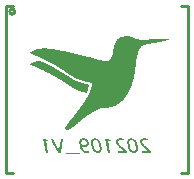
<source format=gbo>
G04*
G04 #@! TF.GenerationSoftware,Altium Limited,Altium Designer,20.0.1 (14)*
G04*
G04 Layer_Color=32896*
%FSLAX44Y44*%
%MOMM*%
G71*
G01*
G75*
%ADD10C,0.2540*%
%ADD47C,0.0254*%
G36*
X120591Y34760D02*
X120850Y34751D01*
X121090Y34732D01*
X121192Y34723D01*
X121293Y34714D01*
X121376Y34705D01*
X121450Y34695D01*
X121506Y34686D01*
X121552D01*
X121580Y34677D01*
X121589D01*
X121885Y34640D01*
X122153Y34594D01*
X122394Y34547D01*
X122504Y34520D01*
X122597Y34501D01*
X122689Y34483D01*
X122773Y34464D01*
X122837Y34446D01*
X122893Y34427D01*
X122939Y34418D01*
X122976Y34409D01*
X122994Y34399D01*
X123004D01*
X123133Y32920D01*
X122902Y32976D01*
X122662Y33031D01*
X122430Y33087D01*
X122209Y33133D01*
X122116Y33151D01*
X122024Y33170D01*
X121940Y33188D01*
X121876Y33198D01*
X121820Y33207D01*
X121783Y33216D01*
X121756Y33225D01*
X121746D01*
X121460Y33272D01*
X121192Y33308D01*
X120951Y33336D01*
X120748Y33355D01*
X120655Y33364D01*
X120572D01*
X120498Y33373D01*
X120332D01*
X120017Y33364D01*
X119740Y33327D01*
X119611Y33299D01*
X119490Y33272D01*
X119379Y33244D01*
X119287Y33216D01*
X119194Y33188D01*
X119121Y33161D01*
X119047Y33133D01*
X118991Y33105D01*
X118945Y33087D01*
X118917Y33068D01*
X118899Y33059D01*
X118889D01*
X118788Y32994D01*
X118705Y32920D01*
X118621Y32846D01*
X118557Y32763D01*
X118501Y32671D01*
X118455Y32587D01*
X118390Y32412D01*
X118344Y32245D01*
X118335Y32181D01*
X118325Y32116D01*
X118316Y32070D01*
Y32033D01*
Y32005D01*
Y31996D01*
X118325Y31774D01*
X118353Y31570D01*
X118390Y31376D01*
X118436Y31210D01*
X118483Y31062D01*
X118501Y31006D01*
X118520Y30951D01*
X118538Y30914D01*
X118547Y30886D01*
X118557Y30868D01*
Y30858D01*
X118649Y30655D01*
X118751Y30470D01*
X118852Y30285D01*
X118954Y30128D01*
X119047Y29999D01*
X119121Y29897D01*
X119148Y29860D01*
X119167Y29832D01*
X119176Y29814D01*
X119185Y29804D01*
X119342Y29610D01*
X119500Y29425D01*
X119657Y29250D01*
X119805Y29093D01*
X119925Y28963D01*
X120027Y28861D01*
X120064Y28824D01*
X120091Y28797D01*
X120110Y28778D01*
X120119Y28769D01*
X120323Y28575D01*
X120526Y28390D01*
X120720Y28205D01*
X120896Y28048D01*
X121053Y27909D01*
X121118Y27854D01*
X121173Y27807D01*
X121210Y27770D01*
X121247Y27743D01*
X121265Y27724D01*
X121275Y27715D01*
X125500Y24081D01*
Y22750D01*
X118242D01*
X117946Y24174D01*
X123124D01*
X119990Y26753D01*
X119721Y26975D01*
X119472Y27197D01*
X119232Y27401D01*
X119028Y27576D01*
X118945Y27650D01*
X118862Y27724D01*
X118788Y27789D01*
X118732Y27835D01*
X118686Y27881D01*
X118649Y27909D01*
X118631Y27927D01*
X118621Y27937D01*
X118390Y28159D01*
X118177Y28371D01*
X117993Y28575D01*
X117826Y28760D01*
X117697Y28917D01*
X117641Y28981D01*
X117595Y29037D01*
X117558Y29074D01*
X117530Y29111D01*
X117521Y29130D01*
X117512Y29139D01*
X117345Y29379D01*
X117188Y29610D01*
X117059Y29832D01*
X116957Y30045D01*
X116911Y30128D01*
X116874Y30211D01*
X116837Y30285D01*
X116809Y30350D01*
X116791Y30405D01*
X116772Y30442D01*
X116763Y30461D01*
Y30470D01*
X116671Y30738D01*
X116606Y31016D01*
X116559Y31284D01*
X116532Y31524D01*
X116513Y31635D01*
X116504Y31737D01*
Y31829D01*
X116495Y31903D01*
Y31968D01*
Y32014D01*
Y32042D01*
Y32051D01*
X116504Y32301D01*
X116532Y32532D01*
X116578Y32735D01*
X116624Y32920D01*
X116671Y33059D01*
X116689Y33124D01*
X116717Y33170D01*
X116726Y33207D01*
X116744Y33235D01*
X116754Y33253D01*
Y33262D01*
X116855Y33447D01*
X116966Y33614D01*
X117086Y33761D01*
X117207Y33882D01*
X117308Y33983D01*
X117392Y34057D01*
X117447Y34094D01*
X117456Y34113D01*
X117466D01*
X117650Y34233D01*
X117835Y34335D01*
X118020Y34418D01*
X118196Y34492D01*
X118353Y34547D01*
X118418Y34566D01*
X118473Y34584D01*
X118520Y34594D01*
X118557Y34603D01*
X118575Y34612D01*
X118584D01*
X118834Y34668D01*
X119084Y34705D01*
X119324Y34741D01*
X119546Y34760D01*
X119648Y34769D01*
X119823D01*
X119888Y34778D01*
X120304D01*
X120591Y34760D01*
D02*
G37*
G36*
X100102D02*
X100361Y34751D01*
X100602Y34732D01*
X100703Y34723D01*
X100805Y34714D01*
X100888Y34705D01*
X100962Y34695D01*
X101018Y34686D01*
X101064D01*
X101092Y34677D01*
X101101D01*
X101397Y34640D01*
X101665Y34594D01*
X101905Y34547D01*
X102016Y34520D01*
X102109Y34501D01*
X102201Y34483D01*
X102284Y34464D01*
X102349Y34446D01*
X102404Y34427D01*
X102451Y34418D01*
X102488Y34409D01*
X102506Y34399D01*
X102515D01*
X102645Y32920D01*
X102414Y32976D01*
X102173Y33031D01*
X101942Y33087D01*
X101720Y33133D01*
X101628Y33151D01*
X101535Y33170D01*
X101452Y33188D01*
X101388Y33198D01*
X101332Y33207D01*
X101295Y33216D01*
X101267Y33225D01*
X101258D01*
X100971Y33272D01*
X100703Y33308D01*
X100463Y33336D01*
X100260Y33355D01*
X100167Y33364D01*
X100084D01*
X100010Y33373D01*
X99844D01*
X99529Y33364D01*
X99252Y33327D01*
X99122Y33299D01*
X99002Y33272D01*
X98891Y33244D01*
X98799Y33216D01*
X98706Y33188D01*
X98632Y33161D01*
X98558Y33133D01*
X98503Y33105D01*
X98457Y33087D01*
X98429Y33068D01*
X98410Y33059D01*
X98401D01*
X98299Y32994D01*
X98216Y32920D01*
X98133Y32846D01*
X98068Y32763D01*
X98013Y32671D01*
X97967Y32587D01*
X97902Y32412D01*
X97856Y32245D01*
X97846Y32181D01*
X97837Y32116D01*
X97828Y32070D01*
Y32033D01*
Y32005D01*
Y31996D01*
X97837Y31774D01*
X97865Y31570D01*
X97902Y31376D01*
X97948Y31210D01*
X97994Y31062D01*
X98013Y31006D01*
X98031Y30951D01*
X98050Y30914D01*
X98059Y30886D01*
X98068Y30868D01*
Y30858D01*
X98161Y30655D01*
X98263Y30470D01*
X98364Y30285D01*
X98466Y30128D01*
X98558Y29999D01*
X98632Y29897D01*
X98660Y29860D01*
X98679Y29832D01*
X98688Y29814D01*
X98697Y29804D01*
X98854Y29610D01*
X99011Y29425D01*
X99169Y29250D01*
X99317Y29093D01*
X99437Y28963D01*
X99538Y28861D01*
X99575Y28824D01*
X99603Y28797D01*
X99622Y28778D01*
X99631Y28769D01*
X99834Y28575D01*
X100038Y28390D01*
X100232Y28205D01*
X100407Y28048D01*
X100565Y27909D01*
X100629Y27854D01*
X100685Y27807D01*
X100722Y27770D01*
X100759Y27743D01*
X100777Y27724D01*
X100787Y27715D01*
X105012Y24081D01*
Y22750D01*
X97754D01*
X97458Y24174D01*
X102636D01*
X99501Y26753D01*
X99233Y26975D01*
X98984Y27197D01*
X98743Y27401D01*
X98540Y27576D01*
X98457Y27650D01*
X98373Y27724D01*
X98299Y27789D01*
X98244Y27835D01*
X98198Y27881D01*
X98161Y27909D01*
X98142Y27927D01*
X98133Y27937D01*
X97902Y28159D01*
X97689Y28371D01*
X97504Y28575D01*
X97338Y28760D01*
X97208Y28917D01*
X97153Y28981D01*
X97107Y29037D01*
X97070Y29074D01*
X97042Y29111D01*
X97033Y29130D01*
X97024Y29139D01*
X96857Y29379D01*
X96700Y29610D01*
X96571Y29832D01*
X96469Y30045D01*
X96423Y30128D01*
X96386Y30211D01*
X96349Y30285D01*
X96321Y30350D01*
X96302Y30405D01*
X96284Y30442D01*
X96275Y30461D01*
Y30470D01*
X96182Y30738D01*
X96117Y31016D01*
X96071Y31284D01*
X96044Y31524D01*
X96025Y31635D01*
X96016Y31737D01*
Y31829D01*
X96006Y31903D01*
Y31968D01*
Y32014D01*
Y32042D01*
Y32051D01*
X96016Y32301D01*
X96044Y32532D01*
X96090Y32735D01*
X96136Y32920D01*
X96182Y33059D01*
X96201Y33124D01*
X96228Y33170D01*
X96238Y33207D01*
X96256Y33235D01*
X96265Y33253D01*
Y33262D01*
X96367Y33447D01*
X96478Y33614D01*
X96598Y33761D01*
X96719Y33882D01*
X96820Y33983D01*
X96903Y34057D01*
X96959Y34094D01*
X96968Y34113D01*
X96977D01*
X97162Y34233D01*
X97347Y34335D01*
X97532Y34418D01*
X97708Y34492D01*
X97865Y34547D01*
X97930Y34566D01*
X97985Y34584D01*
X98031Y34594D01*
X98068Y34603D01*
X98087Y34612D01*
X98096D01*
X98346Y34668D01*
X98595Y34705D01*
X98836Y34741D01*
X99058Y34760D01*
X99159Y34769D01*
X99335D01*
X99400Y34778D01*
X99816D01*
X100102Y34760D01*
D02*
G37*
G36*
X91541Y33789D02*
X91855Y32292D01*
X89119Y32985D01*
X91291Y22750D01*
X89581D01*
X87066Y34594D01*
X88453D01*
X91541Y33789D01*
D02*
G37*
G36*
X38841Y33789D02*
X39155Y32291D01*
X36419Y32985D01*
X38591Y22750D01*
X36881D01*
X34366Y34594D01*
X35753D01*
X38841Y33789D01*
D02*
G37*
G36*
X68787Y34769D02*
X69130Y34732D01*
X69296Y34705D01*
X69444Y34677D01*
X69583Y34649D01*
X69712Y34621D01*
X69832Y34584D01*
X69943Y34557D01*
X70036Y34529D01*
X70110Y34510D01*
X70174Y34483D01*
X70221Y34473D01*
X70248Y34455D01*
X70258D01*
X70553Y34325D01*
X70831Y34178D01*
X71071Y34020D01*
X71182Y33946D01*
X71275Y33872D01*
X71367Y33808D01*
X71450Y33743D01*
X71515Y33688D01*
X71570Y33641D01*
X71617Y33595D01*
X71654Y33567D01*
X71672Y33549D01*
X71681Y33540D01*
X71894Y33308D01*
X72079Y33068D01*
X72236Y32828D01*
X72365Y32606D01*
X72421Y32504D01*
X72467Y32402D01*
X72513Y32319D01*
X72541Y32245D01*
X72569Y32190D01*
X72587Y32143D01*
X72606Y32116D01*
Y32106D01*
X72717Y31783D01*
X72791Y31459D01*
X72846Y31136D01*
X72874Y30988D01*
X72892Y30840D01*
X72902Y30710D01*
X72911Y30590D01*
X72920Y30479D01*
Y30387D01*
X72930Y30313D01*
Y30257D01*
Y30220D01*
Y30211D01*
X72920Y29952D01*
X72892Y29712D01*
X72846Y29490D01*
X72791Y29277D01*
X72726Y29093D01*
X72652Y28917D01*
X72569Y28760D01*
X72486Y28621D01*
X72403Y28501D01*
X72319Y28399D01*
X72245Y28307D01*
X72181Y28233D01*
X72125Y28177D01*
X72079Y28140D01*
X72051Y28112D01*
X72042Y28103D01*
X71866Y27983D01*
X71681Y27881D01*
X71487Y27789D01*
X71293Y27706D01*
X71090Y27641D01*
X70896Y27585D01*
X70692Y27539D01*
X70507Y27502D01*
X70332Y27475D01*
X70165Y27456D01*
X70017Y27438D01*
X69888Y27428D01*
X69786D01*
X69703Y27419D01*
X69388D01*
X69148Y27438D01*
X68935Y27447D01*
X68751Y27465D01*
X68667Y27475D01*
X68593Y27484D01*
X68529Y27493D01*
X68482D01*
X68436Y27502D01*
X68408Y27511D01*
X68381D01*
X68168Y27548D01*
X67965Y27595D01*
X67780Y27632D01*
X67622Y27669D01*
X67484Y27706D01*
X67428Y27715D01*
X67382Y27733D01*
X67345Y27743D01*
X67308D01*
X67299Y27752D01*
X67290D01*
X67327Y27558D01*
X67373Y27364D01*
X67419Y27179D01*
X67465Y27012D01*
X67512Y26855D01*
X67558Y26707D01*
X67604Y26568D01*
X67650Y26439D01*
X67687Y26328D01*
X67724Y26226D01*
X67761Y26143D01*
X67789Y26069D01*
X67807Y26014D01*
X67826Y25977D01*
X67844Y25949D01*
Y25940D01*
X67974Y25681D01*
X68113Y25459D01*
X68242Y25256D01*
X68371Y25089D01*
X68482Y24960D01*
X68529Y24904D01*
X68566Y24867D01*
X68603Y24830D01*
X68630Y24802D01*
X68640Y24793D01*
X68649Y24784D01*
X68825Y24636D01*
X69009Y24507D01*
X69185Y24396D01*
X69342Y24313D01*
X69481Y24248D01*
X69546Y24220D01*
X69592Y24202D01*
X69638Y24183D01*
X69666Y24174D01*
X69684Y24165D01*
X69694D01*
X69915Y24100D01*
X70137Y24054D01*
X70350Y24026D01*
X70544Y24007D01*
X70711Y23989D01*
X70785D01*
X70840Y23980D01*
X70960D01*
X71423Y23989D01*
X71866Y24026D01*
X72079Y24054D01*
X72282Y24081D01*
X72477Y24109D01*
X72661Y24137D01*
X72828Y24165D01*
X72976Y24192D01*
X73114Y24220D01*
X73225Y24248D01*
X73318Y24266D01*
X73383Y24285D01*
X73419Y24294D01*
X73438D01*
X73725Y22870D01*
X73484Y22824D01*
X73253Y22787D01*
X73031Y22750D01*
X72819Y22713D01*
X72735Y22704D01*
X72652Y22694D01*
X72578Y22685D01*
X72513Y22676D01*
X72458Y22667D01*
X72421Y22657D01*
X72393D01*
X72134Y22630D01*
X71885Y22611D01*
X71663Y22593D01*
X71459Y22584D01*
X71293D01*
X71219Y22574D01*
X71053D01*
X70655Y22584D01*
X70276Y22621D01*
X70100Y22639D01*
X69934Y22667D01*
X69786Y22694D01*
X69638Y22722D01*
X69509Y22750D01*
X69398Y22778D01*
X69296Y22806D01*
X69204Y22824D01*
X69139Y22842D01*
X69083Y22861D01*
X69056Y22870D01*
X69046D01*
X68880Y22935D01*
X68713Y23000D01*
X68399Y23157D01*
X68122Y23333D01*
X67992Y23416D01*
X67881Y23499D01*
X67771Y23582D01*
X67678Y23656D01*
X67595Y23721D01*
X67530Y23776D01*
X67475Y23832D01*
X67438Y23869D01*
X67410Y23887D01*
X67401Y23896D01*
X67262Y24035D01*
X67133Y24183D01*
X66892Y24497D01*
X66680Y24821D01*
X66495Y25126D01*
X66411Y25265D01*
X66337Y25394D01*
X66282Y25514D01*
X66227Y25616D01*
X66189Y25699D01*
X66162Y25755D01*
X66143Y25801D01*
X66134Y25810D01*
X66032Y26041D01*
X65940Y26282D01*
X65773Y26772D01*
X65635Y27271D01*
X65570Y27511D01*
X65515Y27733D01*
X65459Y27955D01*
X65413Y28149D01*
X65376Y28325D01*
X65348Y28473D01*
X65320Y28602D01*
X65302Y28695D01*
Y28723D01*
X65293Y28750D01*
Y28760D01*
Y28769D01*
X65246Y29028D01*
X65209Y29277D01*
X65173Y29509D01*
X65145Y29730D01*
X65126Y29943D01*
X65108Y30137D01*
X65089Y30322D01*
X65071Y30489D01*
X65061Y30636D01*
X65052Y30766D01*
Y30886D01*
X65043Y30979D01*
Y31052D01*
Y31108D01*
Y31145D01*
Y31154D01*
X65052Y31515D01*
X65080Y31838D01*
X65117Y32143D01*
X65173Y32430D01*
X65237Y32680D01*
X65311Y32911D01*
X65385Y33114D01*
X65468Y33299D01*
X65552Y33456D01*
X65626Y33595D01*
X65700Y33706D01*
X65764Y33798D01*
X65810Y33863D01*
X65857Y33919D01*
X65884Y33946D01*
X65894Y33956D01*
X66060Y34104D01*
X66245Y34224D01*
X66439Y34335D01*
X66642Y34427D01*
X66855Y34510D01*
X67068Y34575D01*
X67271Y34631D01*
X67475Y34677D01*
X67669Y34714D01*
X67844Y34732D01*
X68011Y34751D01*
X68149Y34769D01*
X68260D01*
X68353Y34778D01*
X68427D01*
X68787Y34769D01*
D02*
G37*
G36*
X49215Y22750D02*
X47301D01*
X46940Y23268D01*
X46589Y23786D01*
X46247Y24294D01*
X45923Y24793D01*
X45618Y25283D01*
X45331Y25745D01*
X45063Y26189D01*
X44814Y26605D01*
X44592Y26985D01*
X44481Y27160D01*
X44388Y27336D01*
X44296Y27493D01*
X44213Y27641D01*
X44139Y27770D01*
X44065Y27900D01*
X44009Y28011D01*
X43954Y28103D01*
X43908Y28186D01*
X43871Y28260D01*
X43834Y28316D01*
X43815Y28353D01*
X43797Y28380D01*
Y28390D01*
X43510Y28935D01*
X43233Y29481D01*
X42965Y30036D01*
X42715Y30581D01*
X42474Y31108D01*
X42243Y31616D01*
X42031Y32116D01*
X41837Y32578D01*
X41753Y32791D01*
X41670Y33003D01*
X41587Y33207D01*
X41513Y33392D01*
X41439Y33567D01*
X41374Y33734D01*
X41319Y33891D01*
X41263Y34030D01*
X41217Y34159D01*
X41171Y34270D01*
X41134Y34362D01*
X41106Y34446D01*
X41078Y34510D01*
X41060Y34557D01*
X41051Y34584D01*
Y34594D01*
X42835D01*
X43048Y34039D01*
X43251Y33493D01*
X43464Y32966D01*
X43676Y32458D01*
X43880Y31977D01*
X44083Y31524D01*
X44268Y31099D01*
X44453Y30701D01*
X44536Y30516D01*
X44619Y30350D01*
X44693Y30183D01*
X44767Y30026D01*
X44841Y29878D01*
X44906Y29749D01*
X44962Y29629D01*
X45017Y29509D01*
X45063Y29416D01*
X45110Y29324D01*
X45146Y29250D01*
X45184Y29185D01*
X45202Y29139D01*
X45220Y29102D01*
X45239Y29083D01*
Y29074D01*
X45479Y28612D01*
X45729Y28168D01*
X45960Y27733D01*
X46191Y27317D01*
X46422Y26929D01*
X46635Y26559D01*
X46838Y26208D01*
X47023Y25893D01*
X47199Y25598D01*
X47356Y25348D01*
X47495Y25117D01*
X47560Y25024D01*
X47615Y24932D01*
X47661Y24849D01*
X47708Y24784D01*
X47744Y24719D01*
X47782Y24673D01*
X47800Y24636D01*
X47818Y24608D01*
X47837Y24590D01*
Y24581D01*
X49335Y34594D01*
X51045D01*
X49215Y22750D01*
D02*
G37*
G36*
X109283Y34760D02*
X109644Y34714D01*
X109995Y34640D01*
X110319Y34547D01*
X110624Y34436D01*
X110910Y34316D01*
X111169Y34187D01*
X111410Y34048D01*
X111622Y33909D01*
X111807Y33780D01*
X111964Y33660D01*
X112103Y33549D01*
X112205Y33456D01*
X112279Y33382D01*
X112325Y33336D01*
X112344Y33318D01*
X112464Y33179D01*
X112584Y33022D01*
X112815Y32698D01*
X113018Y32347D01*
X113213Y31977D01*
X113398Y31589D01*
X113555Y31200D01*
X113703Y30812D01*
X113832Y30433D01*
X113943Y30073D01*
X114045Y29730D01*
X114082Y29573D01*
X114128Y29425D01*
X114165Y29287D01*
X114193Y29157D01*
X114220Y29046D01*
X114248Y28935D01*
X114267Y28852D01*
X114285Y28769D01*
X114294Y28713D01*
X114304Y28667D01*
X114313Y28639D01*
Y28630D01*
X114359Y28353D01*
X114405Y28094D01*
X114442Y27863D01*
X114470Y27659D01*
X114479Y27567D01*
X114498Y27484D01*
X114507Y27419D01*
Y27354D01*
X114516Y27308D01*
X114525Y27271D01*
Y27253D01*
Y27243D01*
X114544Y27012D01*
X114563Y26800D01*
X114572Y26596D01*
X114581Y26430D01*
X114590Y26282D01*
Y26226D01*
Y26171D01*
Y26134D01*
Y26106D01*
Y26088D01*
Y26078D01*
X114581Y25746D01*
X114553Y25440D01*
X114516Y25154D01*
X114461Y24886D01*
X114405Y24645D01*
X114331Y24433D01*
X114267Y24229D01*
X114183Y24054D01*
X114109Y23906D01*
X114036Y23767D01*
X113971Y23656D01*
X113915Y23564D01*
X113860Y23499D01*
X113823Y23443D01*
X113795Y23416D01*
X113786Y23406D01*
X113619Y23259D01*
X113444Y23129D01*
X113250Y23018D01*
X113055Y22926D01*
X112852Y22842D01*
X112639Y22778D01*
X112436Y22722D01*
X112233Y22676D01*
X112048Y22648D01*
X111872Y22621D01*
X111715Y22602D01*
X111576Y22584D01*
X111456D01*
X111373Y22574D01*
X111299D01*
X110910Y22593D01*
X110550Y22630D01*
X110383Y22657D01*
X110226Y22685D01*
X110078Y22713D01*
X109940Y22750D01*
X109810Y22778D01*
X109699Y22806D01*
X109607Y22833D01*
X109524Y22861D01*
X109459Y22889D01*
X109413Y22898D01*
X109385Y22916D01*
X109376D01*
X109061Y23064D01*
X108775Y23240D01*
X108507Y23416D01*
X108396Y23508D01*
X108285Y23591D01*
X108192Y23675D01*
X108100Y23758D01*
X108026Y23823D01*
X107970Y23887D01*
X107915Y23933D01*
X107878Y23980D01*
X107859Y23998D01*
X107850Y24007D01*
X107730Y24155D01*
X107610Y24303D01*
X107388Y24618D01*
X107194Y24932D01*
X107027Y25237D01*
X106953Y25366D01*
X106889Y25496D01*
X106833Y25616D01*
X106787Y25709D01*
X106750Y25792D01*
X106722Y25856D01*
X106713Y25893D01*
X106704Y25903D01*
X106611Y26125D01*
X106528Y26356D01*
X106380Y26818D01*
X106241Y27290D01*
X106186Y27511D01*
X106131Y27715D01*
X106084Y27918D01*
X106038Y28094D01*
X106001Y28260D01*
X105973Y28399D01*
X105946Y28510D01*
X105927Y28593D01*
X105918Y28649D01*
Y28667D01*
X105872Y28935D01*
X105825Y29194D01*
X105788Y29425D01*
X105761Y29638D01*
X105742Y29721D01*
X105733Y29804D01*
X105724Y29878D01*
X105714Y29934D01*
Y29980D01*
X105705Y30017D01*
Y30036D01*
Y30045D01*
X105677Y30285D01*
X105659Y30507D01*
X105650Y30710D01*
X105640Y30886D01*
X105631Y31034D01*
Y31099D01*
Y31154D01*
Y31191D01*
Y31219D01*
Y31237D01*
Y31247D01*
X105640Y31579D01*
X105668Y31894D01*
X105705Y32181D01*
X105751Y32449D01*
X105816Y32689D01*
X105881Y32911D01*
X105955Y33105D01*
X106029Y33290D01*
X106103Y33438D01*
X106177Y33577D01*
X106241Y33688D01*
X106306Y33780D01*
X106352Y33845D01*
X106389Y33900D01*
X106417Y33928D01*
X106426Y33937D01*
X106583Y34085D01*
X106759Y34214D01*
X106953Y34325D01*
X107148Y34427D01*
X107351Y34501D01*
X107554Y34575D01*
X107758Y34631D01*
X107961Y34677D01*
X108146Y34705D01*
X108322Y34732D01*
X108479Y34751D01*
X108617Y34769D01*
X108738D01*
X108821Y34778D01*
X108895D01*
X109283Y34760D01*
D02*
G37*
G36*
X78551D02*
X78911Y34714D01*
X79263Y34640D01*
X79586Y34547D01*
X79892Y34436D01*
X80178Y34316D01*
X80437Y34187D01*
X80677Y34048D01*
X80890Y33909D01*
X81075Y33780D01*
X81232Y33660D01*
X81371Y33549D01*
X81473Y33456D01*
X81546Y33382D01*
X81593Y33336D01*
X81611Y33318D01*
X81731Y33179D01*
X81852Y33022D01*
X82083Y32698D01*
X82286Y32347D01*
X82480Y31977D01*
X82665Y31589D01*
X82822Y31200D01*
X82970Y30812D01*
X83100Y30433D01*
X83211Y30073D01*
X83312Y29730D01*
X83349Y29573D01*
X83396Y29425D01*
X83433Y29287D01*
X83460Y29157D01*
X83488Y29046D01*
X83516Y28935D01*
X83534Y28852D01*
X83553Y28769D01*
X83562Y28713D01*
X83571Y28667D01*
X83581Y28639D01*
Y28630D01*
X83627Y28353D01*
X83673Y28094D01*
X83710Y27863D01*
X83738Y27659D01*
X83747Y27567D01*
X83765Y27484D01*
X83775Y27419D01*
Y27354D01*
X83784Y27308D01*
X83793Y27271D01*
Y27253D01*
Y27243D01*
X83812Y27012D01*
X83830Y26800D01*
X83839Y26596D01*
X83849Y26430D01*
X83858Y26282D01*
Y26226D01*
Y26171D01*
Y26134D01*
Y26106D01*
Y26088D01*
Y26078D01*
X83849Y25746D01*
X83821Y25440D01*
X83784Y25154D01*
X83728Y24886D01*
X83673Y24645D01*
X83599Y24433D01*
X83534Y24229D01*
X83451Y24054D01*
X83377Y23906D01*
X83303Y23767D01*
X83238Y23656D01*
X83183Y23564D01*
X83127Y23499D01*
X83090Y23443D01*
X83063Y23416D01*
X83054Y23406D01*
X82887Y23259D01*
X82711Y23129D01*
X82517Y23018D01*
X82323Y22926D01*
X82120Y22842D01*
X81907Y22778D01*
X81704Y22722D01*
X81500Y22676D01*
X81315Y22648D01*
X81140Y22621D01*
X80982Y22602D01*
X80844Y22584D01*
X80724D01*
X80640Y22574D01*
X80566D01*
X80178Y22593D01*
X79818Y22630D01*
X79651Y22657D01*
X79494Y22685D01*
X79346Y22713D01*
X79207Y22750D01*
X79078Y22778D01*
X78967Y22806D01*
X78874Y22833D01*
X78791Y22861D01*
X78727Y22889D01*
X78680Y22898D01*
X78653Y22916D01*
X78643D01*
X78329Y23064D01*
X78042Y23240D01*
X77774Y23416D01*
X77663Y23508D01*
X77552Y23591D01*
X77460Y23675D01*
X77367Y23758D01*
X77293Y23823D01*
X77238Y23887D01*
X77182Y23933D01*
X77146Y23980D01*
X77127Y23998D01*
X77118Y24007D01*
X76998Y24155D01*
X76877Y24303D01*
X76656Y24618D01*
X76461Y24932D01*
X76295Y25237D01*
X76221Y25366D01*
X76156Y25496D01*
X76101Y25616D01*
X76055Y25709D01*
X76018Y25792D01*
X75990Y25856D01*
X75981Y25893D01*
X75971Y25903D01*
X75879Y26125D01*
X75796Y26356D01*
X75648Y26818D01*
X75509Y27290D01*
X75454Y27511D01*
X75398Y27715D01*
X75352Y27918D01*
X75306Y28094D01*
X75269Y28260D01*
X75241Y28399D01*
X75213Y28510D01*
X75195Y28593D01*
X75185Y28649D01*
Y28667D01*
X75139Y28935D01*
X75093Y29194D01*
X75056Y29425D01*
X75028Y29638D01*
X75010Y29721D01*
X75001Y29804D01*
X74991Y29878D01*
X74982Y29934D01*
Y29980D01*
X74973Y30017D01*
Y30036D01*
Y30045D01*
X74945Y30285D01*
X74927Y30507D01*
X74917Y30710D01*
X74908Y30886D01*
X74899Y31034D01*
Y31099D01*
Y31154D01*
Y31191D01*
Y31219D01*
Y31237D01*
Y31247D01*
X74908Y31579D01*
X74936Y31894D01*
X74973Y32181D01*
X75019Y32449D01*
X75084Y32689D01*
X75149Y32911D01*
X75222Y33105D01*
X75296Y33290D01*
X75370Y33438D01*
X75444Y33577D01*
X75509Y33688D01*
X75574Y33780D01*
X75620Y33845D01*
X75657Y33900D01*
X75685Y33928D01*
X75694Y33937D01*
X75851Y34085D01*
X76027Y34214D01*
X76221Y34325D01*
X76415Y34427D01*
X76618Y34501D01*
X76822Y34575D01*
X77025Y34631D01*
X77229Y34677D01*
X77414Y34705D01*
X77589Y34732D01*
X77747Y34751D01*
X77885Y34769D01*
X78005D01*
X78089Y34778D01*
X78162D01*
X78551Y34760D01*
D02*
G37*
G36*
X65496Y21437D02*
X53911D01*
X53680Y22574D01*
X65265D01*
X65496Y21437D01*
D02*
G37*
%LPC*%
G36*
X68686Y33373D02*
X68593D01*
X68399Y33364D01*
X68214Y33345D01*
X68066Y33318D01*
X67928Y33290D01*
X67826Y33253D01*
X67752Y33225D01*
X67706Y33207D01*
X67687Y33198D01*
X67558Y33133D01*
X67447Y33059D01*
X67354Y32976D01*
X67271Y32902D01*
X67207Y32837D01*
X67160Y32782D01*
X67133Y32745D01*
X67123Y32735D01*
X67049Y32624D01*
X66994Y32504D01*
X66938Y32384D01*
X66901Y32282D01*
X66874Y32181D01*
X66855Y32106D01*
X66837Y32060D01*
Y32051D01*
Y32042D01*
X66790Y31746D01*
X66772Y31598D01*
X66763Y31469D01*
X66754Y31358D01*
Y31274D01*
Y31237D01*
Y31210D01*
Y31200D01*
Y31191D01*
X66763Y30858D01*
X66772Y30701D01*
X66781Y30563D01*
X66800Y30433D01*
X66809Y30341D01*
Y30304D01*
X66818Y30276D01*
Y30267D01*
Y30257D01*
X66846Y30073D01*
X66874Y29897D01*
X66901Y29740D01*
X66929Y29592D01*
X66957Y29462D01*
X66975Y29370D01*
X66985Y29333D01*
Y29305D01*
X66994Y29296D01*
Y29287D01*
X67197Y29222D01*
X67401Y29157D01*
X67595Y29102D01*
X67771Y29056D01*
X67918Y29018D01*
X67983Y29009D01*
X68039Y28991D01*
X68085Y28981D01*
X68122D01*
X68140Y28972D01*
X68149D01*
X68381Y28935D01*
X68612Y28908D01*
X68834Y28889D01*
X69028Y28880D01*
X69120Y28871D01*
X69194D01*
X69268Y28861D01*
X69444D01*
X69620Y28871D01*
X69777Y28880D01*
X69925Y28898D01*
X70063Y28926D01*
X70184Y28954D01*
X70294Y28991D01*
X70396Y29028D01*
X70479Y29065D01*
X70553Y29102D01*
X70618Y29130D01*
X70674Y29166D01*
X70720Y29194D01*
X70748Y29222D01*
X70775Y29240D01*
X70785Y29259D01*
X70794D01*
X70923Y29425D01*
X71016Y29610D01*
X71090Y29804D01*
X71136Y29989D01*
X71164Y30165D01*
X71173Y30230D01*
Y30294D01*
X71182Y30350D01*
Y30387D01*
Y30415D01*
Y30424D01*
X71173Y30683D01*
X71154Y30923D01*
X71117Y31136D01*
X71080Y31321D01*
X71062Y31404D01*
X71043Y31469D01*
X71025Y31533D01*
X71006Y31589D01*
X70997Y31626D01*
X70988Y31653D01*
X70979Y31672D01*
Y31681D01*
X70896Y31875D01*
X70803Y32051D01*
X70720Y32208D01*
X70627Y32347D01*
X70553Y32449D01*
X70489Y32532D01*
X70452Y32578D01*
X70433Y32597D01*
X70294Y32726D01*
X70156Y32846D01*
X70017Y32948D01*
X69888Y33022D01*
X69777Y33087D01*
X69694Y33133D01*
X69657Y33151D01*
X69629Y33161D01*
X69620Y33170D01*
X69610D01*
X69435Y33235D01*
X69250Y33290D01*
X69083Y33327D01*
X68926Y33345D01*
X68787Y33364D01*
X68686Y33373D01*
D02*
G37*
G36*
X109200D02*
X109089D01*
X108923Y33364D01*
X108775Y33355D01*
X108627Y33327D01*
X108497Y33299D01*
X108377Y33262D01*
X108266Y33225D01*
X108165Y33179D01*
X108081Y33142D01*
X107998Y33096D01*
X107933Y33050D01*
X107878Y33013D01*
X107832Y32976D01*
X107795Y32948D01*
X107767Y32920D01*
X107758Y32911D01*
X107748Y32902D01*
X107675Y32809D01*
X107600Y32698D01*
X107545Y32578D01*
X107490Y32458D01*
X107416Y32190D01*
X107360Y31931D01*
X107342Y31801D01*
X107323Y31690D01*
X107314Y31579D01*
Y31487D01*
X107305Y31413D01*
Y31348D01*
Y31311D01*
Y31302D01*
Y31108D01*
X107323Y30905D01*
X107342Y30692D01*
X107360Y30470D01*
X107416Y30036D01*
X107453Y29814D01*
X107480Y29610D01*
X107517Y29416D01*
X107554Y29231D01*
X107582Y29065D01*
X107610Y28926D01*
X107628Y28806D01*
X107647Y28723D01*
X107665Y28667D01*
Y28658D01*
Y28649D01*
X107721Y28408D01*
X107776Y28177D01*
X107832Y27964D01*
X107878Y27752D01*
X107933Y27558D01*
X107980Y27382D01*
X108035Y27216D01*
X108081Y27058D01*
X108118Y26920D01*
X108155Y26800D01*
X108192Y26698D01*
X108220Y26605D01*
X108248Y26541D01*
X108257Y26485D01*
X108275Y26458D01*
Y26448D01*
X108396Y26134D01*
X108525Y25847D01*
X108590Y25718D01*
X108645Y25598D01*
X108710Y25496D01*
X108765Y25394D01*
X108812Y25302D01*
X108867Y25228D01*
X108904Y25163D01*
X108941Y25108D01*
X108969Y25061D01*
X108997Y25034D01*
X109006Y25015D01*
X109015Y25006D01*
X109172Y24812D01*
X109339Y24655D01*
X109487Y24516D01*
X109635Y24405D01*
X109755Y24322D01*
X109856Y24266D01*
X109893Y24248D01*
X109921Y24229D01*
X109930Y24220D01*
X109940D01*
X110134Y24137D01*
X110337Y24081D01*
X110531Y24035D01*
X110716Y24007D01*
X110873Y23989D01*
X110938D01*
X110994Y23980D01*
X111105D01*
X111271Y23989D01*
X111419Y23998D01*
X111567Y24026D01*
X111696Y24054D01*
X111817Y24091D01*
X111927Y24128D01*
X112029Y24165D01*
X112122Y24211D01*
X112196Y24257D01*
X112269Y24294D01*
X112325Y24331D01*
X112371Y24368D01*
X112408Y24396D01*
X112436Y24423D01*
X112445Y24433D01*
X112455Y24442D01*
X112528Y24534D01*
X112602Y24645D01*
X112658Y24766D01*
X112713Y24886D01*
X112787Y25154D01*
X112843Y25413D01*
X112861Y25542D01*
X112871Y25653D01*
X112889Y25764D01*
Y25856D01*
X112898Y25931D01*
Y25995D01*
Y26032D01*
Y26041D01*
Y26226D01*
X112880Y26430D01*
X112843Y26855D01*
X112787Y27290D01*
X112760Y27502D01*
X112723Y27706D01*
X112686Y27900D01*
X112658Y28075D01*
X112630Y28242D01*
X112602Y28381D01*
X112575Y28491D01*
X112565Y28575D01*
X112547Y28630D01*
Y28649D01*
X112491Y28889D01*
X112436Y29120D01*
X112381Y29342D01*
X112334Y29546D01*
X112279Y29740D01*
X112223Y29925D01*
X112177Y30091D01*
X112131Y30248D01*
X112094Y30387D01*
X112057Y30507D01*
X112020Y30609D01*
X111992Y30701D01*
X111964Y30766D01*
X111955Y30821D01*
X111937Y30849D01*
Y30858D01*
X111807Y31182D01*
X111743Y31330D01*
X111678Y31469D01*
X111613Y31598D01*
X111558Y31718D01*
X111493Y31829D01*
X111437Y31931D01*
X111391Y32014D01*
X111345Y32097D01*
X111299Y32162D01*
X111262Y32218D01*
X111234Y32264D01*
X111216Y32292D01*
X111197Y32310D01*
Y32319D01*
X111040Y32513D01*
X110873Y32680D01*
X110716Y32819D01*
X110578Y32929D01*
X110448Y33022D01*
X110346Y33077D01*
X110309Y33096D01*
X110282Y33114D01*
X110273Y33124D01*
X110263D01*
X110060Y33207D01*
X109856Y33272D01*
X109662Y33308D01*
X109477Y33345D01*
X109320Y33364D01*
X109256D01*
X109200Y33373D01*
D02*
G37*
G36*
X78468D02*
X78357D01*
X78190Y33364D01*
X78042Y33355D01*
X77894Y33327D01*
X77765Y33299D01*
X77645Y33262D01*
X77534Y33225D01*
X77432Y33179D01*
X77349Y33142D01*
X77266Y33096D01*
X77201Y33050D01*
X77146Y33013D01*
X77099Y32976D01*
X77062Y32948D01*
X77035Y32920D01*
X77025Y32911D01*
X77016Y32902D01*
X76942Y32809D01*
X76868Y32698D01*
X76813Y32578D01*
X76757Y32458D01*
X76683Y32190D01*
X76628Y31931D01*
X76609Y31801D01*
X76591Y31690D01*
X76582Y31579D01*
Y31487D01*
X76572Y31413D01*
Y31348D01*
Y31311D01*
Y31302D01*
Y31108D01*
X76591Y30905D01*
X76609Y30692D01*
X76628Y30470D01*
X76683Y30036D01*
X76720Y29814D01*
X76748Y29610D01*
X76785Y29416D01*
X76822Y29231D01*
X76850Y29065D01*
X76877Y28926D01*
X76896Y28806D01*
X76914Y28723D01*
X76933Y28667D01*
Y28658D01*
Y28649D01*
X76988Y28408D01*
X77044Y28177D01*
X77099Y27964D01*
X77146Y27752D01*
X77201Y27558D01*
X77247Y27382D01*
X77303Y27216D01*
X77349Y27058D01*
X77386Y26920D01*
X77423Y26800D01*
X77460Y26698D01*
X77488Y26605D01*
X77515Y26541D01*
X77525Y26485D01*
X77543Y26458D01*
Y26448D01*
X77663Y26134D01*
X77793Y25847D01*
X77857Y25718D01*
X77913Y25598D01*
X77978Y25496D01*
X78033Y25394D01*
X78079Y25302D01*
X78135Y25228D01*
X78172Y25163D01*
X78209Y25108D01*
X78236Y25061D01*
X78264Y25034D01*
X78274Y25015D01*
X78283Y25006D01*
X78440Y24812D01*
X78606Y24655D01*
X78754Y24516D01*
X78902Y24405D01*
X79022Y24322D01*
X79124Y24266D01*
X79161Y24248D01*
X79189Y24229D01*
X79198Y24220D01*
X79207D01*
X79401Y24137D01*
X79605Y24081D01*
X79799Y24035D01*
X79984Y24007D01*
X80141Y23989D01*
X80206D01*
X80261Y23980D01*
X80372D01*
X80539Y23989D01*
X80687Y23998D01*
X80835Y24026D01*
X80964Y24054D01*
X81084Y24091D01*
X81195Y24128D01*
X81297Y24165D01*
X81389Y24211D01*
X81463Y24257D01*
X81537Y24294D01*
X81593Y24331D01*
X81639Y24368D01*
X81676Y24396D01*
X81704Y24423D01*
X81713Y24433D01*
X81722Y24442D01*
X81796Y24534D01*
X81870Y24645D01*
X81925Y24766D01*
X81981Y24886D01*
X82055Y25154D01*
X82110Y25413D01*
X82129Y25542D01*
X82138Y25653D01*
X82157Y25764D01*
Y25856D01*
X82166Y25931D01*
Y25995D01*
Y26032D01*
Y26041D01*
Y26226D01*
X82147Y26430D01*
X82110Y26855D01*
X82055Y27290D01*
X82027Y27502D01*
X81990Y27706D01*
X81953Y27900D01*
X81925Y28075D01*
X81898Y28242D01*
X81870Y28381D01*
X81842Y28491D01*
X81833Y28575D01*
X81814Y28630D01*
Y28649D01*
X81759Y28889D01*
X81704Y29120D01*
X81648Y29342D01*
X81602Y29546D01*
X81546Y29740D01*
X81491Y29925D01*
X81445Y30091D01*
X81398Y30248D01*
X81362Y30387D01*
X81325Y30507D01*
X81287Y30609D01*
X81260Y30701D01*
X81232Y30766D01*
X81223Y30821D01*
X81204Y30849D01*
Y30858D01*
X81075Y31182D01*
X81010Y31330D01*
X80946Y31469D01*
X80881Y31598D01*
X80825Y31718D01*
X80760Y31829D01*
X80705Y31931D01*
X80659Y32014D01*
X80613Y32097D01*
X80566Y32162D01*
X80529Y32218D01*
X80502Y32264D01*
X80483Y32292D01*
X80465Y32310D01*
Y32319D01*
X80308Y32513D01*
X80141Y32680D01*
X79984Y32819D01*
X79845Y32929D01*
X79716Y33022D01*
X79614Y33077D01*
X79577Y33096D01*
X79549Y33114D01*
X79540Y33124D01*
X79531D01*
X79328Y33207D01*
X79124Y33272D01*
X78930Y33308D01*
X78745Y33345D01*
X78588Y33364D01*
X78523D01*
X78468Y33373D01*
D02*
G37*
%LPD*%
D10*
X10486Y142000D02*
G03*
X10486Y142000I-2236J0D01*
G01*
X3000Y5250D02*
Y147250D01*
X9000D01*
X3000Y5250D02*
X8999D01*
X151000Y147250D02*
X157000D01*
Y5250D02*
Y147250D01*
X151000Y5250D02*
X157000D01*
D47*
X37954Y91362D02*
X48368D01*
X37446Y91616D02*
X48114D01*
X36938Y91870D02*
X47860D01*
X36176Y92124D02*
X47352D01*
X35922Y92378D02*
X46844D01*
X35160Y92632D02*
X46590D01*
X34652Y92886D02*
X46082D01*
X34144Y93140D02*
X45574D01*
X33890Y93394D02*
X45066D01*
X33128Y93648D02*
X44812Y93648D01*
X32366Y93902D02*
X44304Y93902D01*
X32112Y94156D02*
X43796Y94156D01*
X31604Y94410D02*
X43288D01*
X30842Y94664D02*
X43034D01*
X30334Y94918D02*
X42526D01*
X29826Y95172D02*
X41764D01*
X29318Y95426D02*
X41510D01*
X30842Y110666D02*
X39732Y110666D01*
X33128Y110920D02*
X36938D01*
X29826Y110412D02*
X41510D01*
X53702Y42848D02*
X54718D01*
X53448Y43102D02*
X54972Y43102D01*
X53448Y43356D02*
X55734D01*
X53194Y43610D02*
X56242Y43610D01*
X53194Y43864D02*
X56750D01*
X53448Y44372D02*
X57512D01*
X53448Y44626D02*
X57766D01*
X53702Y44880D02*
X58020D01*
X53702Y45134D02*
X58528D01*
X53956Y45388D02*
X58782D01*
X53956Y45642D02*
X59290D01*
X54210Y45896D02*
X59544D01*
X54210Y46150D02*
X59798Y46150D01*
X54464Y46404D02*
X60306D01*
X54718Y46658D02*
X60560D01*
X54972Y46912D02*
X60814Y46912D01*
X54972Y47166D02*
X61068D01*
X55226Y47420D02*
X61576D01*
X55480Y47674D02*
X61830D01*
X55734Y47928D02*
X62084Y47928D01*
X55734Y48182D02*
X62592D01*
X55988Y48436D02*
X62846D01*
X56242Y48690D02*
X63100Y48690D01*
X56496Y48944D02*
X63354D01*
X56496Y49198D02*
X63608D01*
X56750Y49452D02*
X64116D01*
X57004Y49706D02*
X64370D01*
X57258Y49960D02*
X64624D01*
X57512Y50214D02*
X64878D01*
X57766Y50468D02*
X65386D01*
X57766Y50722D02*
X65640D01*
X58020Y50976D02*
X65894D01*
X58274Y51230D02*
X66402D01*
X58528Y51484D02*
X66402D01*
X58528Y51738D02*
X66910Y51738D01*
X58782Y51992D02*
X67164Y51992D01*
X59036Y52246D02*
X67418D01*
X59290Y52500D02*
X67926D01*
X59544Y52754D02*
X68180D01*
X59544Y53008D02*
X68434D01*
X59798Y53262D02*
X68942D01*
X54972Y81202D02*
X68688D01*
X54464Y81456D02*
X68180Y81456D01*
X53956Y81710D02*
X66910Y81710D01*
X53702Y81964D02*
X65894D01*
X53448Y82218D02*
X65386D01*
X52940Y82472D02*
X64624D01*
X52686Y82726D02*
X63608D01*
X52178Y82980D02*
X63100D01*
X51924Y83234D02*
X62592Y83234D01*
X51416Y83488D02*
X61830Y83488D01*
X51162Y83742D02*
X61068D01*
X50654Y83996D02*
X60560D01*
X50400Y84250D02*
X60306Y84250D01*
X49892Y84504D02*
X59544D01*
X49130Y85012D02*
X58528D01*
X69704Y74090D02*
X70212D01*
X69450Y74344D02*
X70466D01*
X100692Y120572D02*
X109074D01*
X101708Y120826D02*
X108058D01*
X102470Y121080D02*
X107042D01*
X132950Y119048D02*
X139300D01*
X137014Y119302D02*
X139808D01*
X53194Y44118D02*
X57004D01*
X49638Y84758D02*
X59036D01*
X60052Y53516D02*
X69196Y53516D01*
X60306Y53770D02*
X69450D01*
X60560Y54024D02*
X69958D01*
X60560Y54278D02*
X70212Y54278D01*
X60814Y54532D02*
X70720Y54532D01*
X61068Y54786D02*
X70974D01*
X61322Y55040D02*
X71482D01*
X61576Y55294D02*
X71736D01*
X61576Y55548D02*
X71990D01*
X61830Y55802D02*
X72498D01*
X62084Y56056D02*
X73006D01*
X62338Y56310D02*
X73260D01*
X62338Y56564D02*
X73768D01*
X62592Y56818D02*
X74022D01*
X63100Y57326D02*
X74784D01*
X63100Y57580D02*
X75292D01*
X63354Y57834D02*
X75800D01*
X63608Y58088D02*
X76054Y58088D01*
X63862Y58342D02*
X76562D01*
X64116Y58596D02*
X77070D01*
X64116Y58850D02*
X77578Y58850D01*
X64370Y59104D02*
X77832D01*
X64624Y59358D02*
X78340Y59358D01*
X64624Y59612D02*
X78848D01*
X65132Y59866D02*
X79610D01*
X65132Y60120D02*
X79864D01*
X65386Y60374D02*
X80372D01*
X65386Y60628D02*
X81134Y60628D01*
X65640Y60882D02*
X81896D01*
X65894Y61136D02*
X82404D01*
X66148Y61390D02*
X86468D01*
X66148Y61644D02*
X89516D01*
X66402Y61898D02*
X90532Y61898D01*
X66656Y62152D02*
X91294D01*
X66910Y62406D02*
X92564D01*
X67164Y62660D02*
X93326D01*
X67164Y62914D02*
X93834D01*
X67418Y63168D02*
X94342Y63168D01*
X67418Y63422D02*
X95104D01*
X67672Y63676D02*
X95612Y63676D01*
X67926Y63930D02*
X95866D01*
X68180Y64184D02*
X96374Y64184D01*
X62846Y57072D02*
X74530Y57072D01*
X68434Y74598D02*
X70720D01*
X67164Y74852D02*
X70720Y74852D01*
X55480Y80694D02*
X70720D01*
X55226Y80948D02*
X69450D01*
X68434Y64692D02*
X97136D01*
X68688Y64946D02*
X97644D01*
X68688Y65200D02*
X97898D01*
X68942Y65454D02*
X98406Y65454D01*
X69196Y65708D02*
X98660Y65708D01*
X69196Y65962D02*
X98914D01*
X69450Y66216D02*
X99168D01*
X66656Y75106D02*
X70974Y75106D01*
X66148Y75360D02*
X70974D01*
X65132Y75614D02*
X71228D01*
X64370Y75868D02*
X71228D01*
X63862Y76122D02*
X71228D01*
X63354Y76376D02*
X71228D01*
X62592Y76630D02*
X71228D01*
X61830Y76884D02*
X71228Y76884D01*
X61576Y77138D02*
X71482D01*
X61068Y77392D02*
X71482D01*
X60560Y77646D02*
X71482Y77646D01*
X60052Y77900D02*
X71482D01*
X59798Y78154D02*
X71736Y78154D01*
X59290Y78408D02*
X71736D01*
X58782Y78662D02*
X71736Y78662D01*
X58274Y78916D02*
X71990D01*
X58020Y79170D02*
X71990D01*
X57512Y79424D02*
X71990D01*
X57004Y79678D02*
X71990D01*
X56750Y79932D02*
X71990D01*
X56496Y80186D02*
X71990D01*
X55988Y80440D02*
X71736Y80440D01*
X39732Y90346D02*
X50146D01*
X39478Y90600D02*
X49638D01*
X38970Y90854D02*
X49384D01*
X38208Y91108D02*
X49130D01*
X48622Y85266D02*
X58274D01*
X48368Y85520D02*
X57766Y85520D01*
X48114Y85774D02*
X57258D01*
X47606Y86028D02*
X56750Y86028D01*
X47098Y86282D02*
X56496Y86282D01*
X46590Y86536D02*
X55988D01*
X46336Y86790D02*
X55480D01*
X45828Y87044D02*
X55226Y87044D01*
X45320Y87298D02*
X54972D01*
X44812Y87552D02*
X54210Y87552D01*
X44558Y87806D02*
X53956D01*
X44050Y88060D02*
X53702D01*
X43542Y88314D02*
X53194Y88314D01*
X43288Y88568D02*
X52940D01*
X42780Y88822D02*
X52432D01*
X42018Y89076D02*
X52178Y89076D01*
X41764Y89330D02*
X51670D01*
X41256Y89584D02*
X51162D01*
X40748Y89838D02*
X51162Y89838D01*
X40240Y90092D02*
X50654Y90092D01*
X28556Y95680D02*
X41002D01*
X28048Y95934D02*
X40494D01*
X27540Y96188D02*
X39986D01*
X27032Y96442D02*
X39478Y96442D01*
X26270Y96696D02*
X38970Y96696D01*
X25762Y96950D02*
X38462D01*
X25254Y97204D02*
X37954D01*
X24492Y97458D02*
X37700Y97458D01*
X23222Y97966D02*
X36430Y97966D01*
X23730Y98220D02*
X35922D01*
X23984Y98474D02*
X35414D01*
X24492Y98728D02*
X34906D01*
X25000Y98982D02*
X34144D01*
X25508Y99236D02*
X33890D01*
X25762Y99490D02*
X33382D01*
X26778Y99744D02*
X32874D01*
X28048Y99998D02*
X31858D01*
X23730Y97712D02*
X36938D01*
X38462Y100506D02*
X85198D01*
X37954Y100760D02*
X83166D01*
X37700Y101014D02*
X81896Y101014D01*
X37192Y101268D02*
X81134Y101268D01*
X36430Y101522D02*
X80118D01*
X36176Y101776D02*
X78848Y101776D01*
X35668Y102030D02*
X78086Y102030D01*
X34906Y102284D02*
X77324D01*
X34398Y102538D02*
X76308D01*
X34144Y102792D02*
X75038D01*
X33382Y103046D02*
X74530D01*
X32874Y103300D02*
X73768D01*
X32366Y103554D02*
X72498D01*
X31858Y103808D02*
X71228D01*
X31350Y104062D02*
X70466D01*
X30588Y104316D02*
X69450D01*
X30080Y104570D02*
X68180D01*
X29572Y104824D02*
X67164Y104824D01*
X25508Y106602D02*
X60306Y106602D01*
X25000Y106856D02*
X59544D01*
X23984Y107110D02*
X58782D01*
X23730Y107364D02*
X57512D01*
X23222Y107618D02*
X56242Y107618D01*
X23730Y107872D02*
X55734Y107872D01*
X23984Y108126D02*
X54718D01*
X24492Y108380D02*
X53194D01*
X24746Y108634D02*
X52178Y108634D01*
X25000Y108888D02*
X51162D01*
X25508Y109142D02*
X49892D01*
X26270Y109396D02*
X48114D01*
X26778Y109650D02*
X47098D01*
X27286Y109904D02*
X45828D01*
X28302Y110158D02*
X43796D01*
X28302Y105332D02*
X65386D01*
X27794Y105586D02*
X64116D01*
X27286Y105840D02*
X63354D01*
X26524Y106094D02*
X62846D01*
X26016Y106348D02*
X61576Y106348D01*
X121774Y118286D02*
X137268D01*
X123806Y118540D02*
X138284D01*
X128886Y118794D02*
X138792D01*
X119996Y118032D02*
X135744Y118032D01*
X68180Y64438D02*
X96882D01*
X29064Y105078D02*
X66402D01*
X69704Y66470D02*
X99676D01*
X69704Y66724D02*
X99676D01*
X69958Y66978D02*
X100184D01*
X69958Y67232D02*
X100438D01*
X70212Y67486D02*
X100692Y67486D01*
X70466Y67740D02*
X100946D01*
X70466Y67994D02*
X101200D01*
X70720Y68248D02*
X101454D01*
X70974Y68502D02*
X101708D01*
X70974Y68756D02*
X101708D01*
X71228Y69010D02*
X101962D01*
X71228Y69264D02*
X102216Y69264D01*
X71482Y69518D02*
X102470Y69518D01*
X71736Y69772D02*
X102470D01*
X71736Y70026D02*
X102724Y70026D01*
X71990Y70280D02*
X102978D01*
X71990Y70534D02*
X103232D01*
X71990Y70788D02*
X103486D01*
X72244Y71042D02*
X103486Y71042D01*
X72498Y71296D02*
X103740Y71296D01*
X72498Y71550D02*
X103994D01*
X72752Y71804D02*
X103994Y71804D01*
X72752Y72058D02*
X104248Y72058D01*
X73006Y72312D02*
X104502Y72312D01*
X73006Y72566D02*
X104502Y72566D01*
X73006Y72820D02*
X104756D01*
X73260Y73074D02*
X104756Y73074D01*
X73514Y73328D02*
X105010D01*
X73514Y73582D02*
X105264D01*
X73768Y73836D02*
X105264D01*
X73768Y74090D02*
X105518D01*
X73768Y74344D02*
X105518D01*
X73768Y74598D02*
X105772D01*
X74022Y74852D02*
X105772Y74852D01*
X74022Y75106D02*
X106026Y75106D01*
X74276Y75360D02*
X106280D01*
X74276Y75614D02*
X106280D01*
X74530Y75868D02*
X106280D01*
X74530Y76122D02*
X106534Y76122D01*
X74530Y76376D02*
X106534Y76376D01*
X74530Y76630D02*
X106788Y76630D01*
X74784Y76884D02*
X107042Y76884D01*
X74784Y77138D02*
X107042D01*
X74784Y77646D02*
X107296D01*
X74784Y77900D02*
X107296Y77900D01*
X75038Y78154D02*
X107296D01*
X75038Y78408D02*
X107550D01*
X75038Y78662D02*
X107550Y78662D01*
X75292Y78916D02*
X107804Y78916D01*
X75292Y79170D02*
X107804D01*
X75292Y79678D02*
X108058D01*
X75546Y79932D02*
X108312D01*
X75546Y80186D02*
X108312D01*
X75546Y80440D02*
X108312Y80440D01*
X75546Y80694D02*
X108312Y80694D01*
X75800Y80948D02*
X108566D01*
X75800Y81202D02*
X108566Y81202D01*
X75800Y81456D02*
X108566Y81456D01*
X75800Y81710D02*
X108820Y81710D01*
X75546Y81964D02*
X108820D01*
X75292Y82218D02*
X108820D01*
X75038Y82472D02*
X109074Y82472D01*
X74022Y82726D02*
X109074D01*
X73006Y82980D02*
X109074D01*
X71990Y83234D02*
X109328D01*
X70466Y83488D02*
X109328D01*
X69958Y83742D02*
X109328D01*
X68942Y83996D02*
X109328D01*
X67672Y84250D02*
X109328Y84250D01*
X66910Y84504D02*
X109582Y84504D01*
X75292Y79424D02*
X108058D01*
X74784Y77392D02*
X107042D01*
X65640Y85012D02*
X109582Y85012D01*
X64624Y85266D02*
X109836D01*
X64116Y85520D02*
X109836D01*
X63608Y85774D02*
X109836Y85774D01*
X62846Y86028D02*
X110090Y86028D01*
X62338Y86282D02*
X110090D01*
X61830Y86536D02*
X110090D01*
X61322Y86790D02*
X110090D01*
X88754Y100506D02*
X112122Y100506D01*
X89770Y100760D02*
X112376Y100760D01*
X90278Y101014D02*
X112376Y101014D01*
X90532Y101268D02*
X112376Y101268D01*
X90786Y101522D02*
X112376D01*
X91040Y101776D02*
X112376D01*
X91294Y102030D02*
X112376D01*
X91548Y102284D02*
X112376Y102284D01*
X91802Y102538D02*
X112630Y102538D01*
X91802Y102792D02*
X112630D01*
X92056Y103046D02*
X112630Y103046D01*
X92056Y103300D02*
X112630D01*
X92310Y103554D02*
X112884D01*
X92310Y103808D02*
X112884Y103808D01*
X92564Y104062D02*
X112884D01*
X92564Y104316D02*
X112884D01*
X92564Y104570D02*
X112884D01*
X92818Y104824D02*
X112884Y104824D01*
X60814Y87044D02*
X110090D01*
X60306Y87298D02*
X110344Y87298D01*
X59798Y87552D02*
X110344Y87552D01*
X59544Y87806D02*
X110344Y87806D01*
X58782Y88060D02*
X110344Y88060D01*
X58528Y88314D02*
X110344D01*
X58020Y88568D02*
X110344D01*
X57766Y88822D02*
X110598D01*
X57258Y89076D02*
X110598D01*
X57004Y89330D02*
X110598D01*
X56496Y89584D02*
X110598D01*
X56242Y89838D02*
X110852Y89838D01*
X55734Y90092D02*
X110852Y90092D01*
X55480Y90346D02*
X110852D01*
X54972Y90600D02*
X110852Y90600D01*
X54718Y90854D02*
X111106D01*
X54210Y91108D02*
X111106Y91108D01*
X53956Y91362D02*
X111106D01*
X53702Y91616D02*
X111106D01*
X53194Y91870D02*
X111106Y91870D01*
X52686Y92124D02*
X111106D01*
X52432Y92378D02*
X111106D01*
X52178Y92632D02*
X111106D01*
X51670Y92886D02*
X111106D01*
X51162Y93140D02*
X111106D01*
X50908Y93394D02*
X111360D01*
X50400Y93648D02*
X111360Y93648D01*
X50146Y93902D02*
X111360Y93902D01*
X49638Y94156D02*
X111360Y94156D01*
X49384Y94410D02*
X111360Y94410D01*
X48876Y94664D02*
X111360D01*
X48368Y94918D02*
X111614D01*
X48114Y95172D02*
X111614D01*
X47860Y95426D02*
X111614D01*
X47352Y95680D02*
X111614D01*
X46844Y95934D02*
X111614D01*
X46590Y96188D02*
X111614D01*
X46082Y96442D02*
X111868Y96442D01*
X45574Y96696D02*
X111868Y96696D01*
X45066Y96950D02*
X111868D01*
X44812Y97204D02*
X111868Y97204D01*
X44304Y97458D02*
X111868D01*
X43288Y97966D02*
X112122D01*
X43034Y98220D02*
X112122D01*
X42526Y98474D02*
X112122Y98474D01*
X42018Y98728D02*
X112122D01*
X41510Y98982D02*
X112122D01*
X41002Y99236D02*
X112122D01*
X40494Y99490D02*
X112122D01*
X39986Y99744D02*
X112122D01*
X39732Y99998D02*
X112122D01*
X38970Y100252D02*
X112122D01*
X43796Y97712D02*
X111868D01*
X98914Y119810D02*
X110852D01*
X99422Y120064D02*
X110344D01*
X99676Y120318D02*
X109836D01*
X92818Y105332D02*
X113138D01*
X92818Y105586D02*
X113138Y105586D01*
X93072Y105840D02*
X113138D01*
X93072Y106094D02*
X113138D01*
X93072Y106348D02*
X113392D01*
X93072Y106602D02*
X113392Y106602D01*
X93326Y106856D02*
X113392Y106856D01*
X93326Y107110D02*
X113392D01*
X93326Y107364D02*
X113646D01*
X93580Y107618D02*
X113646Y107618D01*
X93580Y107872D02*
X113900Y107872D01*
X93580Y108126D02*
X113900Y108126D01*
X93580Y108380D02*
X113900D01*
X93580Y108634D02*
X113900Y108634D01*
X93580Y108888D02*
X114154Y108888D01*
X93580Y109142D02*
X114154D01*
X93834Y109396D02*
X114154D01*
X93834Y109650D02*
X114408D01*
X93834Y109904D02*
X114408Y109904D01*
X93834Y110158D02*
X114662D01*
X93834Y110412D02*
X114662D01*
X93834Y110666D02*
X114916D01*
X94088Y110920D02*
X114916D01*
X94088Y111174D02*
X115170D01*
X94088Y111428D02*
X115170Y111428D01*
X94088Y111682D02*
X115424D01*
X94342Y111936D02*
X115678D01*
X94342Y112190D02*
X115932Y112190D01*
X94342Y112444D02*
X115932Y112444D01*
X94342Y112698D02*
X116186D01*
X94596Y112952D02*
X116440D01*
X94596Y113206D02*
X116694D01*
X94596Y113460D02*
X116948D01*
X94596Y113714D02*
X117456D01*
X94596Y113968D02*
X117710D01*
X94850Y114222D02*
X118218Y114222D01*
X94850Y114476D02*
X118726D01*
X94850Y114730D02*
X119742D01*
X95104Y114984D02*
X120504Y114984D01*
X95104Y115238D02*
X121266D01*
X95358Y115492D02*
X123044D01*
X95358Y115746D02*
X124568D01*
X95612Y116000D02*
X125330D01*
X95612Y116254D02*
X126600D01*
X95612Y116508D02*
X128632D01*
X95866Y116762D02*
X129902Y116762D01*
X95866Y117016D02*
X130664Y117016D01*
X96120Y117270D02*
X131934D01*
X96374Y117524D02*
X133712D01*
X96628Y117778D02*
X134728D01*
X96882Y118286D02*
X115678D01*
X97136Y118540D02*
X114662D01*
X97644Y118794D02*
X113392Y118794D01*
X97898Y119048D02*
X112630Y119048D01*
X98152Y119302D02*
X112122Y119302D01*
X98406Y119556D02*
X111614D01*
X96628Y118032D02*
X116694Y118032D01*
X66402Y84758D02*
X109582D01*
X92818Y105078D02*
X113138D01*
M02*

</source>
